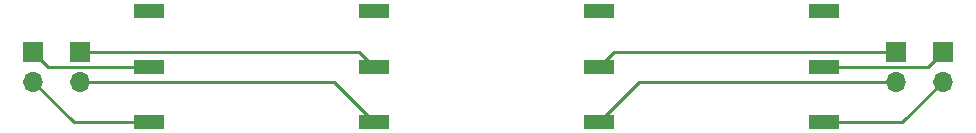
<source format=gbr>
%TF.GenerationSoftware,KiCad,Pcbnew,(6.0.0)*%
%TF.CreationDate,2022-03-07T23:18:18-05:00*%
%TF.ProjectId,SweetBusinessDaughtercard,53776565-7442-4757-9369-6e6573734461,rev?*%
%TF.SameCoordinates,Original*%
%TF.FileFunction,Copper,L1,Top*%
%TF.FilePolarity,Positive*%
%FSLAX46Y46*%
G04 Gerber Fmt 4.6, Leading zero omitted, Abs format (unit mm)*
G04 Created by KiCad (PCBNEW (6.0.0)) date 2022-03-07 23:18:18*
%MOMM*%
%LPD*%
G01*
G04 APERTURE LIST*
%TA.AperFunction,ComponentPad*%
%ADD10R,2.500000X1.300000*%
%TD*%
%TA.AperFunction,ComponentPad*%
%ADD11R,1.700000X1.700000*%
%TD*%
%TA.AperFunction,ComponentPad*%
%ADD12O,1.700000X1.700000*%
%TD*%
%TA.AperFunction,Conductor*%
%ADD13C,0.250000*%
%TD*%
G04 APERTURE END LIST*
D10*
%TO.P,SW4,1,A*%
%TO.N,unconnected-(SW4-Pad1)*%
X156358900Y-61177100D03*
%TO.P,SW4,2,B*%
%TO.N,Net-(K13-Pad1)*%
X156358900Y-65877100D03*
%TO.P,SW4,3,C*%
%TO.N,Net-(SW4-Pad3)*%
X156358900Y-70577100D03*
%TD*%
%TO.P,SW3,1,A*%
%TO.N,unconnected-(SW3-Pad1)*%
X137310100Y-61177100D03*
%TO.P,SW3,2,B*%
%TO.N,Net-(K12-Pad1)*%
X137310100Y-65877100D03*
%TO.P,SW3,3,C*%
%TO.N,Net-(SW3-Pad3)*%
X137310100Y-70577100D03*
%TD*%
D11*
%TO.P,K12,1,Pin_1*%
%TO.N,Net-(K12-Pad1)*%
X162426500Y-64627100D03*
D12*
%TO.P,K12,2,Pin_2*%
%TO.N,Net-(SW3-Pad3)*%
X162426500Y-67167100D03*
%TD*%
D10*
%TO.P,SW1,1,A*%
%TO.N,unconnected-(SW1-Pad1)*%
X99212500Y-61177100D03*
%TO.P,SW1,2,B*%
%TO.N,Net-(K10-Pad1)*%
X99212500Y-65877100D03*
%TO.P,SW1,3,C*%
%TO.N,Net-(K10-Pad2)*%
X99212500Y-70577100D03*
%TD*%
%TO.P,SW2,1,A*%
%TO.N,unconnected-(SW2-Pad1)*%
X118261300Y-61177100D03*
%TO.P,SW2,2,B*%
%TO.N,Net-(K11-Pad1)*%
X118261300Y-65877100D03*
%TO.P,SW2,3,C*%
%TO.N,Net-(SW2-Pad3)*%
X118261300Y-70577100D03*
%TD*%
D11*
%TO.P,K13,1,Pin_1*%
%TO.N,Net-(K13-Pad1)*%
X166395000Y-64627100D03*
D12*
%TO.P,K13,2,Pin_2*%
%TO.N,Net-(SW4-Pad3)*%
X166395000Y-67167100D03*
%TD*%
D11*
%TO.P,K11,1,Pin_1*%
%TO.N,Net-(K11-Pad1)*%
X93374000Y-64627100D03*
D12*
%TO.P,K11,2,Pin_2*%
%TO.N,Net-(SW2-Pad3)*%
X93374000Y-67167100D03*
%TD*%
D11*
%TO.P,K10,1,Pin_1*%
%TO.N,Net-(K10-Pad1)*%
X89405500Y-64627100D03*
D12*
%TO.P,K10,2,Pin_2*%
%TO.N,Net-(K10-Pad2)*%
X89405500Y-67167100D03*
%TD*%
D13*
%TO.N,Net-(K10-Pad1)*%
X90655500Y-65877100D02*
X99212500Y-65877100D01*
X89405500Y-64627100D02*
X90655500Y-65877100D01*
%TO.N,Net-(K10-Pad2)*%
X89405500Y-67167100D02*
X92815500Y-70577100D01*
X92815500Y-70577100D02*
X99212500Y-70577100D01*
%TO.N,Net-(K11-Pad1)*%
X93374000Y-64627100D02*
X117011300Y-64627100D01*
X117011300Y-64627100D02*
X118261300Y-65877100D01*
%TO.N,Net-(K12-Pad1)*%
X162426500Y-64627100D02*
X138560100Y-64627100D01*
X138560100Y-64627100D02*
X137310100Y-65877100D01*
%TO.N,Net-(K13-Pad1)*%
X166395000Y-64627100D02*
X165145000Y-65877100D01*
X165145000Y-65877100D02*
X156358900Y-65877100D01*
%TO.N,Net-(SW2-Pad3)*%
X114851300Y-67167100D02*
X118261300Y-70577100D01*
X93374000Y-67167100D02*
X114851300Y-67167100D01*
%TO.N,Net-(SW3-Pad3)*%
X140720100Y-67167100D02*
X137310100Y-70577100D01*
X162426500Y-67167100D02*
X140720100Y-67167100D01*
%TO.N,Net-(SW4-Pad3)*%
X166395000Y-67167100D02*
X162985000Y-70577100D01*
X162985000Y-70577100D02*
X156358900Y-70577100D01*
%TD*%
M02*

</source>
